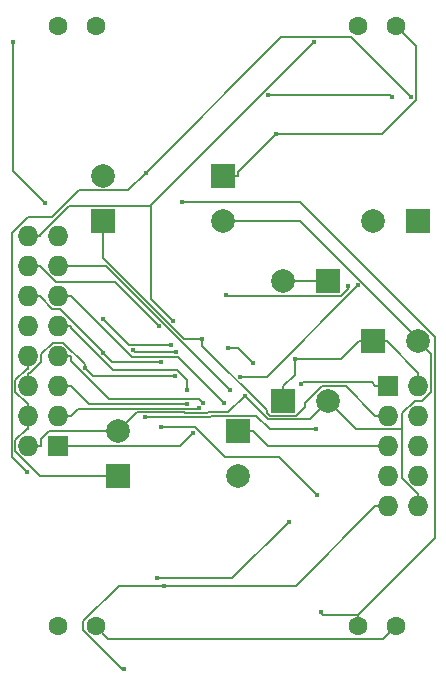
<source format=gbr>
G04 #@! TF.FileFunction,Copper,L2,Bot,Signal*
%FSLAX46Y46*%
G04 Gerber Fmt 4.6, Leading zero omitted, Abs format (unit mm)*
G04 Created by KiCad (PCBNEW (after 2015-mar-04 BZR unknown)-product) date Mon 16 Nov 2015 02:47:24 AM EST*
%MOMM*%
G01*
G04 APERTURE LIST*
%ADD10C,0.100000*%
%ADD11C,1.998980*%
%ADD12R,1.998980X1.998980*%
%ADD13R,1.727200X1.727200*%
%ADD14O,1.727200X1.727200*%
%ADD15C,1.600200*%
%ADD16C,0.381000*%
%ADD17C,0.152400*%
G04 APERTURE END LIST*
D10*
D11*
X83820000Y-119380000D03*
D12*
X93980000Y-119380000D03*
D11*
X93980000Y-123190000D03*
D12*
X83820000Y-123190000D03*
D11*
X110490000Y-133350000D03*
D12*
X110490000Y-123190000D03*
D11*
X106680000Y-123190000D03*
D12*
X106680000Y-133350000D03*
D11*
X85090000Y-140970000D03*
D12*
X95250000Y-140970000D03*
D11*
X95250000Y-144780000D03*
D12*
X85090000Y-144780000D03*
D11*
X102870000Y-138430000D03*
D12*
X102870000Y-128270000D03*
D11*
X99060000Y-128270000D03*
D12*
X99060000Y-138430000D03*
D13*
X107950000Y-137160000D03*
D14*
X110490000Y-137160000D03*
X107950000Y-139700000D03*
X110490000Y-139700000D03*
X107950000Y-142240000D03*
X110490000Y-142240000D03*
X107950000Y-144780000D03*
X110490000Y-144780000D03*
X107950000Y-147320000D03*
X110490000Y-147320000D03*
D13*
X80010000Y-142240000D03*
D14*
X77470000Y-142240000D03*
X80010000Y-139700000D03*
X77470000Y-139700000D03*
X80010000Y-137160000D03*
X77470000Y-137160000D03*
X80010000Y-134620000D03*
X77470000Y-134620000D03*
X80010000Y-132080000D03*
X77470000Y-132080000D03*
X80010000Y-129540000D03*
X77470000Y-129540000D03*
X80010000Y-127000000D03*
X77470000Y-127000000D03*
X80010000Y-124460000D03*
X77470000Y-124460000D03*
D15*
X105410000Y-106680000D03*
X108585000Y-106680000D03*
X80010000Y-106680000D03*
X83185000Y-106680000D03*
X80010000Y-157480000D03*
X83185000Y-157480000D03*
X105410000Y-157480000D03*
X108585000Y-157480000D03*
D16*
X98415400Y-115803200D03*
X100029500Y-134859700D03*
X97774500Y-112554600D03*
X108274200Y-112728800D03*
X88940200Y-154068600D03*
X85573300Y-161162200D03*
X94195400Y-129437900D03*
X104530100Y-128692000D03*
X95789200Y-137991200D03*
X87427700Y-119133200D03*
X109865600Y-112738900D03*
X77349000Y-144457700D03*
X88675800Y-140621300D03*
X101881900Y-146406200D03*
X102234900Y-156336000D03*
X90522700Y-121584500D03*
X99525700Y-148665300D03*
X88352300Y-153468400D03*
X101847400Y-140834300D03*
X87323300Y-139815700D03*
X94359600Y-133940000D03*
X96520000Y-135252800D03*
X89947900Y-134293500D03*
X86302900Y-134096100D03*
X82260900Y-135611000D03*
X89922200Y-136302300D03*
X83816100Y-134401800D03*
X88725300Y-135138600D03*
X89574500Y-133714200D03*
X83820000Y-131461800D03*
X88539600Y-132127700D03*
X92192900Y-133191000D03*
X100599400Y-137007000D03*
X91456200Y-141130400D03*
X91935000Y-139010000D03*
X90890100Y-138670300D03*
X92269100Y-138589100D03*
X90891900Y-137538700D03*
X94011800Y-138597200D03*
X94574100Y-137542600D03*
X78917500Y-121647200D03*
X76202000Y-108086000D03*
X101645600Y-108085100D03*
X89705700Y-131628300D03*
X95413600Y-136385300D03*
X105391000Y-128654600D03*
D17*
X95208400Y-119010200D02*
X98415400Y-115803200D01*
X95208400Y-119380000D02*
X95208400Y-119010200D01*
X93980000Y-119380000D02*
X95208400Y-119380000D01*
X107908400Y-133485900D02*
X107908400Y-133350000D01*
X110490000Y-136067500D02*
X107908400Y-133485900D01*
X110490000Y-137160000D02*
X110490000Y-136067500D01*
X106680000Y-133350000D02*
X107908400Y-133350000D01*
X110323300Y-108418300D02*
X108585000Y-106680000D01*
X110323300Y-112916200D02*
X110323300Y-108418300D01*
X107436300Y-115803200D02*
X110323300Y-112916200D01*
X98415400Y-115803200D02*
X107436300Y-115803200D01*
X77356800Y-135712500D02*
X77470000Y-135712500D01*
X76377400Y-136691900D02*
X77356800Y-135712500D01*
X76377400Y-137651500D02*
X76377400Y-136691900D01*
X77333400Y-138607500D02*
X76377400Y-137651500D01*
X77470000Y-138607500D02*
X77333400Y-138607500D01*
X77470000Y-139700000D02*
X77470000Y-138607500D01*
X77470000Y-134620000D02*
X77470000Y-135712500D01*
X77356800Y-140792500D02*
X77470000Y-140792500D01*
X76370200Y-141779100D02*
X77356800Y-140792500D01*
X76370200Y-142685400D02*
X76370200Y-141779100D01*
X78464800Y-144780000D02*
X76370200Y-142685400D01*
X85090000Y-144780000D02*
X78464800Y-144780000D01*
X77470000Y-139700000D02*
X77470000Y-140792500D01*
X107508000Y-158557000D02*
X108585000Y-157480000D01*
X84262000Y-158557000D02*
X107508000Y-158557000D01*
X83185000Y-157480000D02*
X84262000Y-158557000D01*
X99060000Y-138430000D02*
X99060000Y-137201600D01*
X100029500Y-136232100D02*
X100029500Y-134859700D01*
X99060000Y-137201600D02*
X100029500Y-136232100D01*
X103941900Y-134859700D02*
X105451600Y-133350000D01*
X100029500Y-134859700D02*
X103941900Y-134859700D01*
X106680000Y-133350000D02*
X105451600Y-133350000D01*
X107950000Y-147320000D02*
X106857500Y-147320000D01*
X108100000Y-112554600D02*
X97774500Y-112554600D01*
X108274200Y-112728800D02*
X108100000Y-112554600D01*
X100108900Y-154068600D02*
X88940200Y-154068600D01*
X106857500Y-147320000D02*
X100108900Y-154068600D01*
X85406000Y-161162200D02*
X85573300Y-161162200D01*
X82112400Y-157868600D02*
X85406000Y-161162200D01*
X82112400Y-157085200D02*
X82112400Y-157868600D01*
X85129000Y-154068600D02*
X82112400Y-157085200D01*
X88940200Y-154068600D02*
X85129000Y-154068600D01*
X104530100Y-128972200D02*
X104530100Y-128692000D01*
X103959200Y-129543100D02*
X104530100Y-128972200D01*
X94300600Y-129543100D02*
X103959200Y-129543100D01*
X94195400Y-129437900D02*
X94300600Y-129543100D01*
X110490000Y-147320000D02*
X110490000Y-146227500D01*
X105232600Y-140792600D02*
X109143700Y-140792600D01*
X102870000Y-138430000D02*
X105232600Y-140792600D01*
X110376800Y-146227500D02*
X110490000Y-146227500D01*
X109143700Y-144994400D02*
X110376800Y-146227500D01*
X109143700Y-140792600D02*
X109143700Y-144994400D01*
X77470000Y-142240000D02*
X78562500Y-142240000D01*
X109143700Y-139470700D02*
X109143700Y-140792600D01*
X110184400Y-138430000D02*
X109143700Y-139470700D01*
X110796200Y-138430000D02*
X110184400Y-138430000D01*
X111583500Y-137642700D02*
X110796200Y-138430000D01*
X111583500Y-134443500D02*
X111583500Y-137642700D01*
X110490000Y-133350000D02*
X111583500Y-134443500D01*
X97796200Y-139998200D02*
X95789200Y-137991200D01*
X101301800Y-139998200D02*
X97796200Y-139998200D01*
X102870000Y-138430000D02*
X101301800Y-139998200D01*
X79219800Y-140970000D02*
X85090000Y-140970000D01*
X78562500Y-141627300D02*
X79219800Y-140970000D01*
X78562500Y-142240000D02*
X78562500Y-141627300D01*
X94385600Y-139394800D02*
X95789200Y-137991200D01*
X92688600Y-139394800D02*
X94385600Y-139394800D01*
X92612200Y-139471200D02*
X92688600Y-139394800D01*
X90720400Y-139471200D02*
X92612200Y-139471200D01*
X90644100Y-139394900D02*
X90720400Y-139471200D01*
X86665100Y-139394900D02*
X90644100Y-139394900D01*
X85090000Y-140970000D02*
X86665100Y-139394900D01*
X100519700Y-123190000D02*
X93980000Y-123190000D01*
X110490000Y-133160300D02*
X100519700Y-123190000D01*
X110490000Y-133350000D02*
X110490000Y-133160300D01*
X98914700Y-107646200D02*
X87427700Y-119133200D01*
X104772900Y-107646200D02*
X98914700Y-107646200D01*
X109865600Y-112738900D02*
X104772900Y-107646200D01*
X76058700Y-143167400D02*
X77349000Y-144457700D01*
X76058700Y-124256700D02*
X76058700Y-143167400D01*
X77469900Y-122845500D02*
X76058700Y-124256700D01*
X79496200Y-122845500D02*
X77469900Y-122845500D01*
X81733200Y-120608500D02*
X79496200Y-122845500D01*
X85952400Y-120608500D02*
X81733200Y-120608500D01*
X87427700Y-119133200D02*
X85952400Y-120608500D01*
X91574300Y-140621300D02*
X88675800Y-140621300D01*
X94173900Y-143220900D02*
X91574300Y-140621300D01*
X98696600Y-143220900D02*
X94173900Y-143220900D01*
X101881900Y-146406200D02*
X98696600Y-143220900D01*
X105410000Y-157480000D02*
X105410000Y-156552900D01*
X100472000Y-121584500D02*
X90522700Y-121584500D01*
X111888700Y-133001200D02*
X100472000Y-121584500D01*
X111888700Y-150074200D02*
X111888700Y-133001200D01*
X105410000Y-156552900D02*
X111888700Y-150074200D01*
X102451800Y-156552900D02*
X102234900Y-156336000D01*
X105410000Y-156552900D02*
X102451800Y-156552900D01*
X94722600Y-153468400D02*
X99525700Y-148665300D01*
X88352300Y-153468400D02*
X94722600Y-153468400D01*
X97916500Y-140834300D02*
X101847400Y-140834300D01*
X96782200Y-139700000D02*
X97916500Y-140834300D01*
X92967700Y-139700000D02*
X96782200Y-139700000D01*
X92852000Y-139815700D02*
X92967700Y-139700000D01*
X87323300Y-139815700D02*
X92852000Y-139815700D01*
X95207200Y-133940000D02*
X94359600Y-133940000D01*
X96520000Y-135252800D02*
X95207200Y-133940000D01*
X86500300Y-134293500D02*
X86302900Y-134096100D01*
X89947900Y-134293500D02*
X86500300Y-134293500D01*
X77470000Y-137160000D02*
X77470000Y-136067500D01*
X82260900Y-135293800D02*
X82260900Y-135611000D01*
X80457000Y-133489900D02*
X82260900Y-135293800D01*
X79564500Y-133489900D02*
X80457000Y-133489900D01*
X78562500Y-134491900D02*
X79564500Y-133489900D01*
X78562500Y-135111700D02*
X78562500Y-134491900D01*
X77606700Y-136067500D02*
X78562500Y-135111700D01*
X77470000Y-136067500D02*
X77606700Y-136067500D01*
X82952200Y-136302300D02*
X89922200Y-136302300D01*
X82260900Y-135611000D02*
X82952200Y-136302300D01*
X77470000Y-129540000D02*
X78562500Y-129540000D01*
X83816100Y-134308900D02*
X83816100Y-134401800D01*
X80139700Y-130632500D02*
X83816100Y-134308900D01*
X79518300Y-130632500D02*
X80139700Y-130632500D01*
X78562500Y-129676700D02*
X79518300Y-130632500D01*
X78562500Y-129540000D02*
X78562500Y-129676700D01*
X84552900Y-135138600D02*
X88725300Y-135138600D01*
X83816100Y-134401800D02*
X84552900Y-135138600D01*
X86034900Y-133676700D02*
X83820000Y-131461800D01*
X89537000Y-133676700D02*
X86034900Y-133676700D01*
X89574500Y-133714200D02*
X89537000Y-133676700D01*
X78562500Y-127113200D02*
X78562500Y-127000000D01*
X79827300Y-128378000D02*
X78562500Y-127113200D01*
X84789900Y-128378000D02*
X79827300Y-128378000D01*
X88539600Y-132127700D02*
X84789900Y-128378000D01*
X77470000Y-127000000D02*
X78562500Y-127000000D01*
X107950000Y-139700000D02*
X106857500Y-139700000D01*
X83820000Y-126356800D02*
X83820000Y-123190000D01*
X90654200Y-133191000D02*
X83820000Y-126356800D01*
X92192900Y-133191000D02*
X90654200Y-133191000D01*
X104354100Y-137196600D02*
X106857500Y-139700000D01*
X102347600Y-137196600D02*
X104354100Y-137196600D01*
X100909400Y-138634800D02*
X102347600Y-137196600D01*
X100909400Y-138909000D02*
X100909400Y-138634800D01*
X100127800Y-139690600D02*
X100909400Y-138909000D01*
X97945900Y-139690600D02*
X100127800Y-139690600D01*
X97674400Y-139419100D02*
X97945900Y-139690600D01*
X97674400Y-139239200D02*
X97674400Y-139419100D01*
X92192900Y-133757700D02*
X97674400Y-139239200D01*
X92192900Y-133191000D02*
X92192900Y-133757700D01*
X106556400Y-136858900D02*
X106857500Y-137160000D01*
X100747500Y-136858900D02*
X106556400Y-136858900D01*
X100599400Y-137007000D02*
X100747500Y-136858900D01*
X107950000Y-137160000D02*
X106857500Y-137160000D01*
X97748400Y-142240000D02*
X96478400Y-140970000D01*
X107950000Y-142240000D02*
X97748400Y-142240000D01*
X95250000Y-140970000D02*
X96478400Y-140970000D01*
X102870000Y-128270000D02*
X101641600Y-128270000D01*
X101641600Y-128270000D02*
X99060000Y-128270000D01*
X90346600Y-142240000D02*
X91456200Y-141130400D01*
X80010000Y-142240000D02*
X90346600Y-142240000D01*
X80010000Y-139700000D02*
X81102500Y-139700000D01*
X81712700Y-139089800D02*
X81102500Y-139700000D01*
X91855200Y-139089800D02*
X81712700Y-139089800D01*
X91935000Y-139010000D02*
X91855200Y-139089800D01*
X80010000Y-137160000D02*
X81102500Y-137160000D01*
X82612800Y-138670300D02*
X81102500Y-137160000D01*
X90890100Y-138670300D02*
X82612800Y-138670300D01*
X80010000Y-134620000D02*
X81102500Y-134620000D01*
X81102500Y-135045900D02*
X81102500Y-134620000D01*
X84307500Y-138250900D02*
X81102500Y-135045900D01*
X91930900Y-138250900D02*
X84307500Y-138250900D01*
X92269100Y-138589100D02*
X91930900Y-138250900D01*
X80010000Y-132080000D02*
X81102500Y-132080000D01*
X90891900Y-136634300D02*
X90891900Y-137538700D01*
X90087400Y-135829800D02*
X90891900Y-136634300D01*
X84650900Y-135829800D02*
X90087400Y-135829800D01*
X81102500Y-132281400D02*
X84650900Y-135829800D01*
X81102500Y-132080000D02*
X81102500Y-132281400D01*
X80010000Y-129540000D02*
X81102500Y-129540000D01*
X86275400Y-134712900D02*
X81102500Y-129540000D01*
X90127500Y-134712900D02*
X86275400Y-134712900D01*
X94011800Y-138597200D02*
X90127500Y-134712900D01*
X80010000Y-127000000D02*
X81102500Y-127000000D01*
X84031500Y-127000000D02*
X94574100Y-137542600D01*
X81102500Y-127000000D02*
X84031500Y-127000000D01*
X76202000Y-118931700D02*
X78917500Y-121647200D01*
X76202000Y-108086000D02*
X76202000Y-118931700D01*
X77470000Y-124460000D02*
X78506000Y-124460000D01*
X78506000Y-124403500D02*
X78506000Y-124460000D01*
X80961400Y-121948100D02*
X78506000Y-124403500D01*
X87861800Y-121948100D02*
X80961400Y-121948100D01*
X87861800Y-121868900D02*
X87861800Y-121948100D01*
X101645600Y-108085100D02*
X87861800Y-121868900D01*
X87861800Y-129784400D02*
X87861800Y-121948100D01*
X89705700Y-131628300D02*
X87861800Y-129784400D01*
X97660300Y-136385300D02*
X105391000Y-128654600D01*
X95413600Y-136385300D02*
X97660300Y-136385300D01*
M02*

</source>
